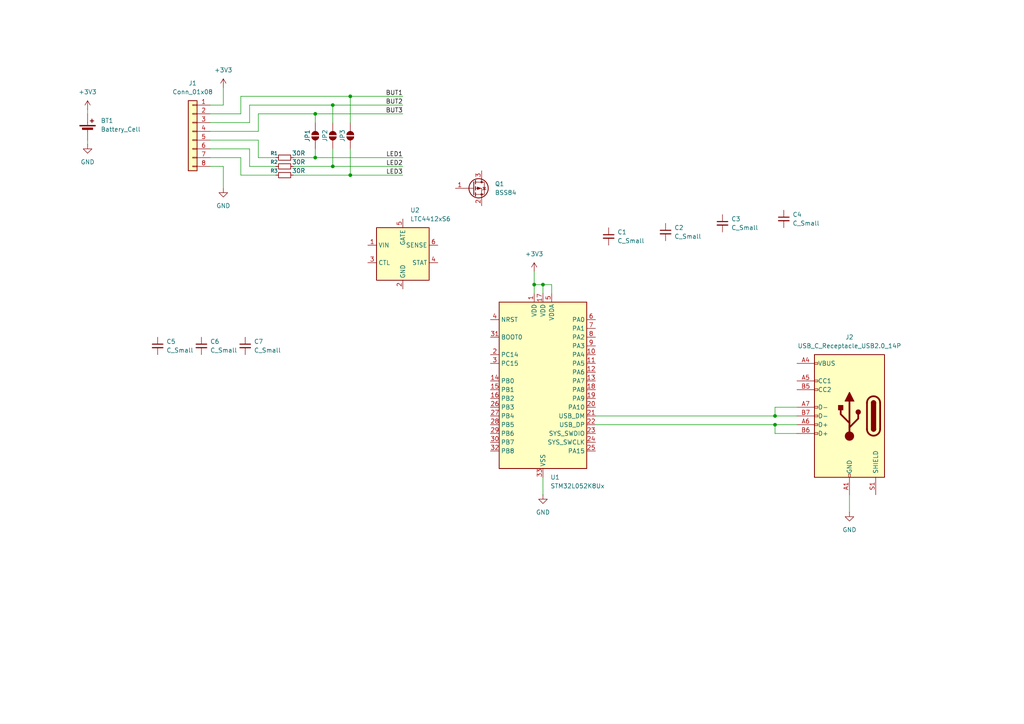
<source format=kicad_sch>
(kicad_sch (version 20250114) (generator "eeschema") (generator_version "9.0")
  (paper "A4")
  (lib_symbols
    (symbol "Connector:USB_C_Receptacle_USB2.0_14P" (pin_names (offset 1.016))
      (property "Reference" "J" (at 0 22.225 0))
      (property "Value" "USB_C_Receptacle_USB2.0_14P" (at 0 19.685 0))
      (symbol "USB_C_Receptacle_USB2.0_14P_0_0"
        (rectangle (start -0.254 -17.78) (end 0.254 -16.764))
        (rectangle (start 10.16 15.494) (end 9.144 14.986))
        (rectangle (start 10.16 10.414) (end 9.144 9.906))
        (rectangle (start 10.16 7.874) (end 9.144 7.366))
        (rectangle (start 10.16 2.794) (end 9.144 2.286))
        (rectangle (start 10.16 0.254) (end 9.144 -0.254))
        (rectangle (start 10.16 -2.286) (end 9.144 -2.794))
        (rectangle (start 10.16 -4.826) (end 9.144 -5.334))
      )
      (symbol "USB_C_Receptacle_USB2.0_14P_0_1"
        (rectangle (start -10.16 17.78) (end 10.16 -17.78) (stroke (width 0.254)) (fill (type background)))
        (polyline (pts (xy -8.89 -3.81) (xy -8.89 3.81)) (stroke (width 0.508)))
        (rectangle (start -7.62 -3.81) (end -6.35 3.81) (stroke (width 0.254)) (fill (type outline)))
        (arc (start -7.62 3.81) (mid -6.985 4.4423) (end -6.35 3.81) (stroke (width 0.254)))
        (arc (start -7.62 3.81) (mid -6.985 4.4423) (end -6.35 3.81) (stroke (width 0.254)) (fill (type outline)))
        (arc (start -8.89 3.81) (mid -6.985 5.7067) (end -5.08 3.81) (stroke (width 0.508)))
        (arc (start -5.08 -3.81) (mid -6.985 -5.7067) (end -8.89 -3.81) (stroke (width 0.508)))
        (arc (start -6.35 -3.81) (mid -6.985 -4.4423) (end -7.62 -3.81) (stroke (width 0.254)))
        (arc (start -6.35 -3.81) (mid -6.985 -4.4423) (end -7.62 -3.81) (stroke (width 0.254)) (fill (type outline)))
        (polyline (pts (xy -5.08 3.81) (xy -5.08 -3.81)) (stroke (width 0.508)))
        (circle (center -2.54 1.143) (radius 0.635) (stroke (width 0.254)) (fill (type outline)))
        (polyline (pts (xy -1.27 4.318) (xy 0 6.858) (xy 1.27 4.318) (xy -1.27 4.318)) (stroke (width 0.254)) (fill (type outline)))
        (polyline (pts (xy 0 -2.032) (xy 2.54 0.508) (xy 2.54 1.778)) (stroke (width 0.508)))
        (polyline (pts (xy 0 -3.302) (xy -2.54 -0.762) (xy -2.54 0.508)) (stroke (width 0.508)))
        (polyline (pts (xy 0 -5.842) (xy 0 4.318)) (stroke (width 0.508)))
        (circle (center 0 -5.842) (radius 1.27) (fill (type outline)))
        (rectangle (start 1.905 1.778) (end 3.175 3.048) (stroke (width 0.254)) (fill (type outline)))
      )
      (symbol "USB_C_Receptacle_USB2.0_14P_1_1"
        (pin passive line (at -7.62 -22.86 90) (length 5.08) (name "SHIELD") (number "S1"))
        (pin passive line (at 0 -22.86 90) (length 5.08) (name "GND") (number "A1"))
        (pin passive line (at 0 -22.86 90) (length 5.08) (hide yes) (name "GND") (number "A12"))
        (pin passive line (at 0 -22.86 90) (length 5.08) (hide yes) (name "GND") (number "B1"))
        (pin passive line (at 0 -22.86 90) (length 5.08) (hide yes) (name "GND") (number "B12"))
        (pin passive line (at 15.24 15.24 180) (length 5.08) (name "VBUS") (number "A4"))
        (pin passive line (at 15.24 15.24 180) (length 5.08) (hide yes) (name "VBUS") (number "A9"))
        (pin passive line (at 15.24 15.24 180) (length 5.08) (hide yes) (name "VBUS") (number "B4"))
        (pin passive line (at 15.24 15.24 180) (length 5.08) (hide yes) (name "VBUS") (number "B9"))
        (pin bidirectional line (at 15.24 10.16 180) (length 5.08) (name "CC1") (number "A5"))
        (pin bidirectional line (at 15.24 7.62 180) (length 5.08) (name "CC2") (number "B5"))
        (pin bidirectional line (at 15.24 2.54 180) (length 5.08) (name "D-") (number "A7"))
        (pin bidirectional line (at 15.24 0 180) (length 5.08) (name "D-") (number "B7"))
        (pin bidirectional line (at 15.24 -2.54 180) (length 5.08) (name "D+") (number "A6"))
        (pin bidirectional line (at 15.24 -5.08 180) (length 5.08) (name "D+") (number "B6"))
      )
    )
    (symbol "Connector_Generic:Conn_01x08" (pin_names (offset 1.016) (hide yes))
      (property "Reference" "J" (at 0 10.16 0))
      (property "Value" "Conn_01x08" (at 0 -12.7 0))
      (symbol "Conn_01x08_1_1"
        (rectangle (start -1.27 8.89) (end 1.27 -11.43) (stroke (width 0.254)) (fill (type background)))
        (rectangle (start -1.27 7.747) (end 0 7.493) (stroke (width 0.1524)))
        (rectangle (start -1.27 5.207) (end 0 4.953) (stroke (width 0.1524)))
        (rectangle (start -1.27 2.667) (end 0 2.413) (stroke (width 0.1524)))
        (rectangle (start -1.27 0.127) (end 0 -0.127) (stroke (width 0.1524)))
        (rectangle (start -1.27 -2.413) (end 0 -2.667) (stroke (width 0.1524)))
        (rectangle (start -1.27 -4.953) (end 0 -5.207) (stroke (width 0.1524)))
        (rectangle (start -1.27 -7.493) (end 0 -7.747) (stroke (width 0.1524)))
        (rectangle (start -1.27 -10.033) (end 0 -10.287) (stroke (width 0.1524)))
        (pin passive line (at -5.08 7.62 0) (length 3.81) (name "Pin_1") (number "1"))
        (pin passive line (at -5.08 5.08 0) (length 3.81) (name "Pin_2") (number "2"))
        (pin passive line (at -5.08 2.54 0) (length 3.81) (name "Pin_3") (number "3"))
        (pin passive line (at -5.08 0 0) (length 3.81) (name "Pin_4") (number "4"))
        (pin passive line (at -5.08 -2.54 0) (length 3.81) (name "Pin_5") (number "5"))
        (pin passive line (at -5.08 -5.08 0) (length 3.81) (name "Pin_6") (number "6"))
        (pin passive line (at -5.08 -7.62 0) (length 3.81) (name "Pin_7") (number "7"))
        (pin passive line (at -5.08 -10.16 0) (length 3.81) (name "Pin_8") (number "8"))
      )
    )
    (symbol "Device:Battery_Cell" (pin_numbers (hide yes)) (pin_names (offset 0) (hide yes))
      (property "Reference" "BT" (at 2.54 2.54 0))
      (property "Value" "Battery_Cell" (at 2.54 0 0))
      (symbol "Battery_Cell_0_1"
        (rectangle (start -2.286 1.778) (end 2.286 1.524) (fill (type outline)))
        (rectangle (start -1.524 1.016) (end 1.524 0.508) (fill (type outline)))
        (polyline (pts (xy 0 1.778) (xy 0 2.54)))
        (polyline (pts (xy 0 0.762) (xy 0 0)))
        (polyline (pts (xy 0.762 3.048) (xy 1.778 3.048)) (stroke (width 0.254)))
        (polyline (pts (xy 1.27 3.556) (xy 1.27 2.54)) (stroke (width 0.254)))
      )
      (symbol "Battery_Cell_1_1"
        (pin passive line (at 0 5.08 270) (length 2.54) (name "+") (number "1"))
        (pin passive line (at 0 -2.54 90) (length 2.54) (name "-") (number "2"))
      )
    )
    (symbol "Device:C_Small" (pin_numbers (hide yes)) (pin_names (offset 0.254) (hide yes))
      (property "Reference" "C" (at 0.254 1.778 0))
      (property "Value" "C_Small" (at 0.254 -2.032 0))
      (symbol "C_Small_0_1"
        (polyline (pts (xy -1.524 0.508) (xy 1.524 0.508)) (stroke (width 0.3048)))
        (polyline (pts (xy -1.524 -0.508) (xy 1.524 -0.508)) (stroke (width 0.3302)))
      )
      (symbol "C_Small_1_1"
        (pin passive line (at 0 2.54 270) (length 2.032) (name "~") (number "1"))
        (pin passive line (at 0 -2.54 90) (length 2.032) (name "~") (number "2"))
      )
    )
    (symbol "Device:R_Small" (pin_numbers (hide yes)) (pin_names (offset 0.254) (hide yes))
      (property "Reference" "R" (at 0 0 90))
      (property "Value" "R_Small" (at 1.778 0 90))
      (symbol "R_Small_0_1"
        (rectangle (start -0.762 1.778) (end 0.762 -1.778) (stroke (width 0.2032)))
      )
      (symbol "R_Small_1_1"
        (pin passive line (at 0 2.54 270) (length 0.762) (name "~") (number "1"))
        (pin passive line (at 0 -2.54 90) (length 0.762) (name "~") (number "2"))
      )
    )
    (symbol "Jumper:SolderJumper_2_Open" (pin_numbers (hide yes)) (pin_names (offset 0) (hide yes)) (in_bom no)
      (property "Reference" "JP" (at 0 2.032 0))
      (property "Value" "SolderJumper_2_Open" (at 0 -2.54 0))
      (symbol "SolderJumper_2_Open_0_1"
        (polyline (pts (xy -0.254 1.016) (xy -0.254 -1.016)))
        (arc (start -0.254 -1.016) (mid -1.2656 0) (end -0.254 1.016))
        (arc (start -0.254 -1.016) (mid -1.2656 0) (end -0.254 1.016) (fill (type outline)))
        (arc (start 0.254 1.016) (mid 1.2656 0) (end 0.254 -1.016))
        (arc (start 0.254 1.016) (mid 1.2656 0) (end 0.254 -1.016) (fill (type outline)))
        (polyline (pts (xy 0.254 1.016) (xy 0.254 -1.016)))
      )
      (symbol "SolderJumper_2_Open_1_1"
        (pin passive line (at -3.81 0 0) (length 2.54) (name "A") (number "1"))
        (pin passive line (at 3.81 0 180) (length 2.54) (name "B") (number "2"))
      )
    )
    (symbol "MCU_ST_STM32L0:STM32L052K8Ux"
      (property "Reference" "U" (at -12.7 26.67 0))
      (property "Value" "STM32L052K8Ux" (at 5.08 26.67 0))
      (symbol "STM32L052K8Ux_0_1"
        (rectangle (start -12.7 -22.86) (end 12.7 25.4) (stroke (width 0.254)) (fill (type background)))
      )
      (symbol "STM32L052K8Ux_1_1"
        (pin input line (at -15.24 20.32 0) (length 2.54) (name "NRST") (number "4"))
        (pin input line (at -15.24 15.24 0) (length 2.54) (name "BOOT0") (number "31"))
        (pin bidirectional line (at -15.24 10.16 0) (length 2.54) (name "PC14") (number "2"))
        (pin bidirectional line (at -15.24 7.62 0) (length 2.54) (name "PC15") (number "3"))
        (pin bidirectional line (at -15.24 2.54 0) (length 2.54) (name "PB0") (number "14"))
        (pin bidirectional line (at -15.24 0 0) (length 2.54) (name "PB1") (number "15"))
        (pin bidirectional line (at -15.24 -2.54 0) (length 2.54) (name "PB2") (number "16"))
        (pin bidirectional line (at -15.24 -5.08 0) (length 2.54) (name "PB3") (number "26"))
        (pin bidirectional line (at -15.24 -7.62 0) (length 2.54) (name "PB4") (number "27"))
        (pin bidirectional line (at -15.24 -10.16 0) (length 2.54) (name "PB5") (number "28"))
        (pin bidirectional line (at -15.24 -12.7 0) (length 2.54) (name "PB6") (number "29"))
        (pin bidirectional line (at -15.24 -15.24 0) (length 2.54) (name "PB7") (number "30"))
        (pin bidirectional line (at -15.24 -17.78 0) (length 2.54) (name "PB8") (number "32"))
        (pin power_in line (at -2.54 27.94 270) (length 2.54) (name "VDD") (number "1"))
        (pin power_in line (at 0 27.94 270) (length 2.54) (name "VDD") (number "17"))
        (pin power_in line (at 0 -25.4 90) (length 2.54) (name "VSS") (number "33"))
        (pin power_in line (at 2.54 27.94 270) (length 2.54) (name "VDDA") (number "5"))
        (pin bidirectional line (at 15.24 20.32 180) (length 2.54) (name "PA0") (number "6"))
        (pin bidirectional line (at 15.24 17.78 180) (length 2.54) (name "PA1") (number "7"))
        (pin bidirectional line (at 15.24 15.24 180) (length 2.54) (name "PA2") (number "8"))
        (pin bidirectional line (at 15.24 12.7 180) (length 2.54) (name "PA3") (number "9"))
        (pin bidirectional line (at 15.24 10.16 180) (length 2.54) (name "PA4") (number "10"))
        (pin bidirectional line (at 15.24 7.62 180) (length 2.54) (name "PA5") (number "11"))
        (pin bidirectional line (at 15.24 5.08 180) (length 2.54) (name "PA6") (number "12"))
        (pin bidirectional line (at 15.24 2.54 180) (length 2.54) (name "PA7") (number "13"))
        (pin bidirectional line (at 15.24 0 180) (length 2.54) (name "PA8") (number "18"))
        (pin bidirectional line (at 15.24 -2.54 180) (length 2.54) (name "PA9") (number "19"))
        (pin bidirectional line (at 15.24 -5.08 180) (length 2.54) (name "PA10") (number "20"))
        (pin bidirectional line (at 15.24 -7.62 180) (length 2.54) (name "PA11") (number "21") (alternate "USB_DM" bidirectional line))
        (pin bidirectional line (at 15.24 -10.16 180) (length 2.54) (name "PA12") (number "22") (alternate "USB_DP" bidirectional line))
        (pin bidirectional line (at 15.24 -12.7 180) (length 2.54) (name "PA13") (number "23") (alternate "SYS_SWDIO" bidirectional line))
        (pin bidirectional line (at 15.24 -15.24 180) (length 2.54) (name "PA14") (number "24") (alternate "SYS_SWCLK" bidirectional line))
        (pin bidirectional line (at 15.24 -17.78 180) (length 2.54) (name "PA15") (number "25"))
      )
    )
    (symbol "Power_Management:LTC4412xS6"
      (property "Reference" "U" (at -6.35 8.89 0))
      (property "Value" "LTC4412xS6" (at 6.35 8.89 0))
      (symbol "LTC4412xS6_0_1"
        (rectangle (start -7.62 7.62) (end 7.62 -7.62) (stroke (width 0.254)) (fill (type background)))
      )
      (symbol "LTC4412xS6_1_1"
        (pin power_in line (at -10.16 2.54 0) (length 2.54) (name "VIN") (number "1"))
        (pin input line (at -10.16 -2.54 0) (length 2.54) (name "CTL") (number "3"))
        (pin output line (at 0 10.16 270) (length 2.54) (name "GATE") (number "5"))
        (pin power_in line (at 0 -10.16 90) (length 2.54) (name "GND") (number "2"))
        (pin input line (at 10.16 2.54 180) (length 2.54) (name "SENSE") (number "6"))
        (pin open_collector line (at 10.16 -2.54 180) (length 2.54) (name "STAT") (number "4"))
      )
    )
    (symbol "Transistor_FET:BSS84" (pin_names (hide yes))
      (property "Reference" "Q" (at 5.08 1.905 0))
      (property "Value" "BSS84" (at 5.08 0 0))
      (symbol "BSS84_0_1"
        (polyline (pts (xy 0.254 1.905) (xy 0.254 -1.905)) (stroke (width 0.254)))
        (polyline (pts (xy 0.254 0) (xy -2.54 0)))
        (polyline (pts (xy 0.762 2.286) (xy 0.762 1.27)) (stroke (width 0.254)))
        (polyline (pts (xy 0.762 1.778) (xy 3.302 1.778) (xy 3.302 -1.778) (xy 0.762 -1.778)))
        (polyline (pts (xy 0.762 0.508) (xy 0.762 -0.508)) (stroke (width 0.254)))
        (polyline (pts (xy 0.762 -1.27) (xy 0.762 -2.286)) (stroke (width 0.254)))
        (circle (center 1.651 0) (radius 2.794) (stroke (width 0.254)))
        (polyline (pts (xy 2.286 0) (xy 1.27 0.381) (xy 1.27 -0.381) (xy 2.286 0)) (fill (type outline)))
        (polyline (pts (xy 2.54 2.54) (xy 2.54 1.778)))
        (circle (center 2.54 1.778) (radius 0.254) (fill (type outline)))
        (circle (center 2.54 -1.778) (radius 0.254) (fill (type outline)))
        (polyline (pts (xy 2.54 -2.54) (xy 2.54 0) (xy 0.762 0)))
        (polyline (pts (xy 2.794 -0.508) (xy 2.921 -0.381) (xy 3.683 -0.381) (xy 3.81 -0.254)))
        (polyline (pts (xy 3.302 -0.381) (xy 2.921 0.254) (xy 3.683 0.254) (xy 3.302 -0.381)))
      )
      (symbol "BSS84_1_1"
        (pin input line (at -5.08 0 0) (length 2.54) (name "G") (number "1"))
        (pin passive line (at 2.54 5.08 270) (length 2.54) (name "D") (number "3"))
        (pin passive line (at 2.54 -5.08 90) (length 2.54) (name "S") (number "2"))
      )
    )
    (symbol "power:+3V3" (power) (pin_numbers (hide yes)) (pin_names (offset 0) (hide yes))
      (property "Value" "+3V3" (at 0 3.556 0))
      (symbol "+3V3_0_1"
        (polyline (pts (xy -0.762 1.27) (xy 0 2.54)))
        (polyline (pts (xy 0 2.54) (xy 0.762 1.27)))
        (polyline (pts (xy 0 0) (xy 0 2.54)))
      )
      (symbol "+3V3_1_1"
        (pin power_in line (at 0 0 90) (length 0) (name "~") (number "1"))
      )
    )
    (symbol "power:GND" (power) (pin_numbers (hide yes)) (pin_names (offset 0) (hide yes))
      (property "Value" "GND" (at 0 -3.81 0))
      (symbol "GND_0_1"
        (polyline (pts (xy 0 0) (xy 0 -1.27) (xy 1.27 -1.27) (xy 0 -2.54) (xy -1.27 -1.27) (xy 0 -1.27)))
      )
      (symbol "GND_1_1"
        (pin power_in line (at 0 0 270) (length 0) (name "~") (number "1"))
      )
    )
  )
  (junction (at 157.48 82.55))
  (junction (at 101.6 27.94))
  (junction (at 91.44 45.72))
  (junction (at 96.52 48.26))
  (junction (at 224.79 120.65))
  (junction (at 101.6 50.8))
  (junction (at 224.79 123.19))
  (junction (at 154.94 82.55))
  (junction (at 96.52 30.48))
  (junction (at 91.44 33.02))
  (wire (pts (xy 224.79 125.73) (xy 224.79 123.19)))
  (wire (pts (xy 69.85 50.8) (xy 80.01 50.8)))
  (wire (pts (xy 231.14 118.11) (xy 224.79 118.11)))
  (wire (pts (xy 72.39 30.48) (xy 72.39 35.56)))
  (wire (pts (xy 72.39 35.56) (xy 60.96 35.56)))
  (wire (pts (xy 85.09 48.26) (xy 96.52 48.26)))
  (wire (pts (xy 64.77 30.48) (xy 64.77 25.4)))
  (wire (pts (xy 85.09 50.8) (xy 101.6 50.8)))
  (wire (pts (xy 160.02 82.55) (xy 160.02 85.09)))
  (wire (pts (xy 231.14 125.73) (xy 224.79 125.73)))
  (wire (pts (xy 157.48 82.55) (xy 157.48 85.09)))
  (wire (pts (xy 74.93 38.1) (xy 60.96 38.1)))
  (wire (pts (xy 91.44 45.72) (xy 91.44 43.18)))
  (wire (pts (xy 64.77 48.26) (xy 64.77 54.61)))
  (wire (pts (xy 172.72 123.19) (xy 224.79 123.19)))
  (wire (pts (xy 101.6 50.8) (xy 116.84 50.8)))
  (wire (pts (xy 91.44 33.02) (xy 91.44 35.56)))
  (wire (pts (xy 224.79 120.65) (xy 231.14 120.65)))
  (wire (pts (xy 69.85 27.94) (xy 101.6 27.94)))
  (wire (pts (xy 25.4 31.75) (xy 25.4 33.02)))
  (wire (pts (xy 154.94 82.55) (xy 157.48 82.55)))
  (wire (pts (xy 69.85 27.94) (xy 69.85 33.02)))
  (wire (pts (xy 72.39 48.26) (xy 72.39 43.18)))
  (wire (pts (xy 96.52 30.48) (xy 116.84 30.48)))
  (wire (pts (xy 96.52 48.26) (xy 116.84 48.26)))
  (wire (pts (xy 91.44 45.72) (xy 116.84 45.72)))
  (wire (pts (xy 74.93 33.02) (xy 74.93 38.1)))
  (wire (pts (xy 72.39 48.26) (xy 80.01 48.26)))
  (wire (pts (xy 74.93 45.72) (xy 74.93 40.64)))
  (wire (pts (xy 224.79 123.19) (xy 231.14 123.19)))
  (wire (pts (xy 91.44 33.02) (xy 116.84 33.02)))
  (wire (pts (xy 224.79 120.65) (xy 172.72 120.65)))
  (wire (pts (xy 101.6 50.8) (xy 101.6 43.18)))
  (wire (pts (xy 224.79 118.11) (xy 224.79 120.65)))
  (wire (pts (xy 157.48 82.55) (xy 160.02 82.55)))
  (wire (pts (xy 69.85 50.8) (xy 69.85 45.72)))
  (wire (pts (xy 246.38 143.51) (xy 246.38 148.59)))
  (wire (pts (xy 74.93 40.64) (xy 60.96 40.64)))
  (wire (pts (xy 74.93 45.72) (xy 80.01 45.72)))
  (wire (pts (xy 60.96 48.26) (xy 64.77 48.26)))
  (wire (pts (xy 101.6 27.94) (xy 116.84 27.94)))
  (wire (pts (xy 96.52 30.48) (xy 96.52 35.56)))
  (wire (pts (xy 72.39 43.18) (xy 60.96 43.18)))
  (wire (pts (xy 154.94 82.55) (xy 154.94 85.09)))
  (wire (pts (xy 60.96 33.02) (xy 69.85 33.02)))
  (wire (pts (xy 60.96 30.48) (xy 64.77 30.48)))
  (wire (pts (xy 72.39 30.48) (xy 96.52 30.48)))
  (wire (pts (xy 25.4 40.64) (xy 25.4 41.91)))
  (wire (pts (xy 69.85 45.72) (xy 60.96 45.72)))
  (wire (pts (xy 74.93 33.02) (xy 91.44 33.02)))
  (wire (pts (xy 101.6 27.94) (xy 101.6 35.56)))
  (wire (pts (xy 154.94 78.74) (xy 154.94 82.55)))
  (wire (pts (xy 96.52 48.26) (xy 96.52 43.18)))
  (wire (pts (xy 157.48 138.43) (xy 157.48 143.51)))
  (wire (pts (xy 85.09 45.72) (xy 91.44 45.72)))
  (label "BUT1" (at 116.84 27.94 180))
  (label "BUT2" (at 116.84 30.48 180))
  (label "LED3" (at 116.84 50.8 180))
  (label "BUT3" (at 116.84 33.02 180))
  (label "LED1" (at 116.84 45.72 180))
  (label "LED2" (at 116.84 48.26 180))
  (symbol (lib_id "power:GND") (at 246.38 148.59 0) (unit 1)
    (property "Reference" "#PWR07" (effects (hide yes)))
    (property "Value" "GND" (at 246.38 153.67 0))
    (property "Description" "Power symbol creates a global label with name \"GND\" , ground" (effects (hide yes)))
  )
  (symbol (lib_id "Jumper:SolderJumper_2_Open") (at 91.44 39.37 90) (unit 1) (in_bom no)
    (property "Reference" "JP1" (at 89.154 39.37 0))
    (property "Value" "SolderJumper_2_Open" (effects (hide yes)))
    (property "Footprint" "Jumper:SolderJumper-2_P1.3mm_Open_RoundedPad1.0x1.5mm" (effects (hide yes)))
    (property "Description" "Solder Jumper, 2-pole, open" (effects (hide yes)))
  )
  (symbol (lib_id "Device:C_Small") (at 227.33 63.5 0) (unit 1)
    (property "Reference" "C4" (at 229.87 62.2362 0) (effects (justify left)))
    (property "Value" "C_Small" (at 229.87 64.7762 0) (effects (justify left)))
    (property "Footprint" "Capacitor_SMD:C_0603_1608Metric" (effects (hide yes)))
    (property "Description" "Unpolarized capacitor, small symbol" (effects (hide yes)))
  )
  (symbol (lib_id "Transistor_FET:BSS84") (at 137.16 54.61 0) (unit 1)
    (property "Reference" "Q1" (at 143.51 53.3399 0) (effects (justify left)))
    (property "Value" "BSS84" (at 143.51 55.8799 0) (effects (justify left)))
    (property "Footprint" "Package_TO_SOT_SMD:SOT-23" (effects (hide yes)))
    (property "Datasheet" "http://assets.nexperia.com/documents/data-sheet/BSS84.pdf" (effects (hide yes)))
    (property "Description" "-0.13A Id, -50V Vds, P-Channel MOSFET, SOT-23" (effects (hide yes)))
  )
  (symbol (lib_id "Power_Management:LTC4412xS6") (at 116.84 73.66 0) (unit 1)
    (property "Reference" "U2" (at 118.9833 60.96 0) (effects (justify left)))
    (property "Value" "LTC4412xS6" (at 118.9833 63.5 0) (effects (justify left)))
    (property "Footprint" "Package_TO_SOT_SMD:TSOT-23-6" (effects (hide yes)))
    (property "Datasheet" "https://www.analog.com/media/en/technical-documentation/data-sheets/4412fb.pdf" (effects (hide yes)))
    (property "Description" "Low Loss PowerPath Controller, TSOT-23-6" (effects (hide yes)))
  )
  (symbol (lib_id "Device:C_Small") (at 58.42 100.33 0) (unit 1)
    (property "Reference" "C6" (at 60.96 99.0662 0) (effects (justify left)))
    (property "Value" "C_Small" (at 60.96 101.6062 0) (effects (justify left)))
    (property "Footprint" "Capacitor_SMD:C_1210_3225Metric" (effects (hide yes)))
    (property "Description" "Unpolarized capacitor, small symbol" (effects (hide yes)))
  )
  (symbol (lib_id "MCU_ST_STM32L0:STM32L052K8Ux") (at 157.48 113.03 0) (unit 1)
    (property "Reference" "U1" (at 159.6233 138.43 0) (effects (justify left)))
    (property "Value" "STM32L052K8Ux" (at 159.6233 140.97 0) (effects (justify left)))
    (property "Footprint" "Package_DFN_QFN:QFN-32-1EP_5x5mm_P0.5mm_EP3.45x3.45mm" (effects (hide yes)))
    (property "Datasheet" "https://www.st.com/resource/en/datasheet/stm32l052k8.pdf" (effects (hide yes)))
    (property "Description" "STMicroelectronics Arm Cortex-M0+ MCU, 64KB flash, 8KB RAM, 32 MHz, 1.65-3.6V, 27 GPIO, UFQFPN32" (effects (hide yes)))
    (pin "24" (alternate "SYS_SWCLK"))
    (pin "22" (alternate "USB_DP"))
    (pin "23" (alternate "SYS_SWDIO"))
    (pin "21" (alternate "USB_DM"))
  )
  (symbol (lib_id "power:+3V3") (at 154.94 78.74 0) (unit 1)
    (property "Reference" "#PWR06" (effects (hide yes)))
    (property "Value" "+3V3" (at 154.94 73.66 0))
    (property "Description" "Power symbol creates a global label with name \"+3V3\"" (effects (hide yes)))
  )
  (symbol (lib_id "Device:C_Small") (at 209.55 64.77 0) (unit 1)
    (property "Reference" "C3" (at 212.09 63.5062 0) (effects (justify left)))
    (property "Value" "C_Small" (at 212.09 66.0462 0) (effects (justify left)))
    (property "Footprint" "Capacitor_SMD:C_0603_1608Metric" (effects (hide yes)))
    (property "Description" "Unpolarized capacitor, small symbol" (effects (hide yes)))
  )
  (symbol (lib_id "Device:R_Small") (at 82.55 48.26 90) (unit 1)
    (property "Reference" "R2" (at 79.502 46.99 90) (effects (font (size 1.016 1.016))))
    (property "Value" "30R" (at 86.614 46.99 90))
    (property "Footprint" "Resistor_SMD:R_0603_1608Metric" (effects (hide yes)))
    (property "Description" "Resistor, small symbol" (effects (hide yes)))
  )
  (symbol (lib_id "power:GND") (at 157.48 143.51 0) (unit 1)
    (property "Reference" "#PWR05" (effects (hide yes)))
    (property "Value" "GND" (at 157.48 148.59 0))
    (property "Description" "Power symbol creates a global label with name \"GND\" , ground" (effects (hide yes)))
  )
  (symbol (lib_id "Jumper:SolderJumper_2_Open") (at 96.52 39.37 90) (unit 1) (in_bom no)
    (property "Reference" "JP2" (at 94.234 39.37 0))
    (property "Value" "SolderJumper_2_Open" (effects (hide yes)))
    (property "Footprint" "Jumper:SolderJumper-2_P1.3mm_Open_RoundedPad1.0x1.5mm" (effects (hide yes)))
    (property "Description" "Solder Jumper, 2-pole, open" (effects (hide yes)))
  )
  (symbol (lib_id "Jumper:SolderJumper_2_Open") (at 101.6 39.37 90) (unit 1) (in_bom no)
    (property "Reference" "JP3" (at 99.314 39.37 0))
    (property "Value" "SolderJumper_2_Open" (effects (hide yes)))
    (property "Footprint" "Jumper:SolderJumper-2_P1.3mm_Open_RoundedPad1.0x1.5mm" (effects (hide yes)))
    (property "Description" "Solder Jumper, 2-pole, open" (effects (hide yes)))
  )
  (symbol (lib_id "Device:Battery_Cell") (at 25.4 38.1 0) (unit 1)
    (property "Reference" "BT1" (at 29.21 34.9884 0) (effects (justify left)))
    (property "Value" "Battery_Cell" (at 29.21 37.5284 0) (effects (justify left)))
    (property "Footprint" "Aliexpress:MYOUNG_BS-24-B4AA016_CR2450" (effects (hide yes)))
    (property "Description" "Single-cell battery" (effects (hide yes)))
  )
  (symbol (lib_id "Connector:USB_C_Receptacle_USB2.0_14P") (at 246.38 120.65 0) (mirror y) (unit 1)
    (property "Reference" "J2" (at 246.38 97.79 0))
    (property "Value" "USB_C_Receptacle_USB2.0_14P" (at 246.38 100.33 0))
    (property "Footprint" "Connector_USB:USB_C_Receptacle_G-Switch_GT-USB-7051x" (effects (hide yes)))
    (property "Datasheet" "https://www.usb.org/sites/default/files/documents/usb_type-c.zip" (effects (hide yes)))
    (property "Description" "USB 2.0-only 14P Type-C Receptacle connector" (effects (hide yes)))
  )
  (symbol (lib_id "Device:R_Small") (at 82.55 50.8 90) (unit 1)
    (property "Reference" "R3" (at 79.502 49.53 90) (effects (font (size 1.016 1.016))))
    (property "Value" "30R" (at 86.614 49.53 90))
    (property "Footprint" "Resistor_SMD:R_0603_1608Metric" (effects (hide yes)))
    (property "Description" "Resistor, small symbol" (effects (hide yes)))
  )
  (symbol (lib_id "Device:C_Small") (at 45.72 100.33 0) (unit 1)
    (property "Reference" "C5" (at 48.26 99.0662 0) (effects (justify left)))
    (property "Value" "C_Small" (at 48.26 101.6062 0) (effects (justify left)))
    (property "Footprint" "Capacitor_SMD:C_1210_3225Metric" (effects (hide yes)))
    (property "Description" "Unpolarized capacitor, small symbol" (effects (hide yes)))
  )
  (symbol (lib_id "power:GND") (at 64.77 54.61 0) (unit 1)
    (property "Reference" "#PWR01" (effects (hide yes)))
    (property "Value" "GND" (at 64.77 59.69 0))
    (property "Description" "Power symbol creates a global label with name \"GND\" , ground" (effects (hide yes)))
  )
  (symbol (lib_id "Device:C_Small") (at 193.04 67.31 0) (unit 1)
    (property "Reference" "C2" (at 195.58 66.0462 0) (effects (justify left)))
    (property "Value" "C_Small" (at 195.58 68.5862 0) (effects (justify left)))
    (property "Footprint" "Capacitor_SMD:C_0603_1608Metric" (effects (hide yes)))
    (property "Description" "Unpolarized capacitor, small symbol" (effects (hide yes)))
  )
  (symbol (lib_id "power:GND") (at 25.4 41.91 0) (unit 1)
    (property "Reference" "#PWR03" (effects (hide yes)))
    (property "Value" "GND" (at 25.4 46.99 0))
    (property "Description" "Power symbol creates a global label with name \"GND\" , ground" (effects (hide yes)))
  )
  (symbol (lib_id "Device:R_Small") (at 82.55 45.72 90) (unit 1)
    (property "Reference" "R1" (at 79.502 44.45 90) (effects (font (size 1.016 1.016))))
    (property "Value" "30R" (at 86.614 44.45 90))
    (property "Footprint" "Resistor_SMD:R_0603_1608Metric" (effects (hide yes)))
    (property "Description" "Resistor, small symbol" (effects (hide yes)))
  )
  (symbol (lib_id "Connector_Generic:Conn_01x08") (at 55.88 38.1 0) (mirror y) (unit 1)
    (property "Reference" "J1" (at 55.88 24.13 0))
    (property "Value" "Conn_01x08" (at 55.88 26.67 0))
    (property "Footprint" "Connector_JST:JST_SH_BM08B-SRSS-TB_1x08-1MP_P1.00mm_Vertical" (effects (hide yes)))
    (property "Description" "Generic connector, single row, 01x08, script generated (kicad-library-utils/schlib/autogen/connector/)" (effects (hide yes)))
  )
  (symbol (lib_id "power:+3V3") (at 64.77 25.4 0) (unit 1)
    (property "Reference" "#PWR02" (effects (hide yes)))
    (property "Value" "+3V3" (at 64.77 20.32 0))
    (property "Description" "Power symbol creates a global label with name \"+3V3\"" (effects (hide yes)))
  )
  (symbol (lib_id "Device:C_Small") (at 71.12 100.33 0) (unit 1)
    (property "Reference" "C7" (at 73.66 99.0662 0) (effects (justify left)))
    (property "Value" "C_Small" (at 73.66 101.6062 0) (effects (justify left)))
    (property "Footprint" "Capacitor_SMD:C_1210_3225Metric" (effects (hide yes)))
    (property "Description" "Unpolarized capacitor, small symbol" (effects (hide yes)))
  )
  (symbol (lib_id "power:+3V3") (at 25.4 31.75 0) (unit 1)
    (property "Reference" "#PWR04" (effects (hide yes)))
    (property "Value" "+3V3" (at 25.4 26.67 0))
    (property "Description" "Power symbol creates a global label with name \"+3V3\"" (effects (hide yes)))
  )
  (symbol (lib_id "Device:C_Small") (at 176.53 68.58 0) (unit 1)
    (property "Reference" "C1" (at 179.07 67.3162 0) (effects (justify left)))
    (property "Value" "C_Small" (at 179.07 69.8562 0) (effects (justify left)))
    (property "Footprint" "Capacitor_SMD:C_0603_1608Metric" (effects (hide yes)))
    (property "Description" "Unpolarized capacitor, small symbol" (effects (hide yes)))
  )
)
</source>
